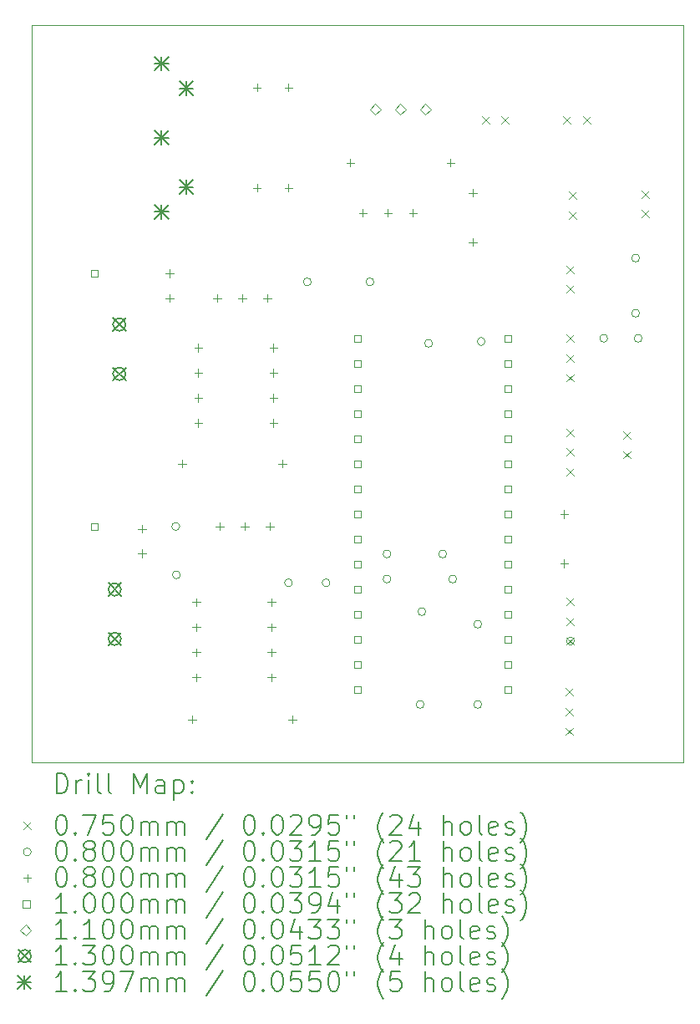
<source format=gbr>
%TF.GenerationSoftware,KiCad,Pcbnew,(6.0.11)*%
%TF.CreationDate,2024-06-19T11:06:34+02:00*%
%TF.ProjectId,Theremin,54686572-656d-4696-9e2e-6b696361645f,rev?*%
%TF.SameCoordinates,Original*%
%TF.FileFunction,Drillmap*%
%TF.FilePolarity,Positive*%
%FSLAX45Y45*%
G04 Gerber Fmt 4.5, Leading zero omitted, Abs format (unit mm)*
G04 Created by KiCad (PCBNEW (6.0.11)) date 2024-06-19 11:06:34*
%MOMM*%
%LPD*%
G01*
G04 APERTURE LIST*
%ADD10C,0.100000*%
%ADD11C,0.200000*%
%ADD12C,0.075000*%
%ADD13C,0.080000*%
%ADD14C,0.110000*%
%ADD15C,0.130000*%
%ADD16C,0.139700*%
G04 APERTURE END LIST*
D10*
X10922000Y-4191000D02*
X17526000Y-4191000D01*
X17526000Y-4191000D02*
X17526000Y-11658600D01*
X17526000Y-11658600D02*
X10922000Y-11658600D01*
X10922000Y-11658600D02*
X10922000Y-4191000D01*
D11*
D12*
X15483500Y-5114500D02*
X15558500Y-5189500D01*
X15558500Y-5114500D02*
X15483500Y-5189500D01*
X15683500Y-5114500D02*
X15758500Y-5189500D01*
X15758500Y-5114500D02*
X15683500Y-5189500D01*
X16309000Y-5114500D02*
X16384000Y-5189500D01*
X16384000Y-5114500D02*
X16309000Y-5189500D01*
X16337000Y-10909900D02*
X16412000Y-10984900D01*
X16412000Y-10909900D02*
X16337000Y-10984900D01*
X16337000Y-11109900D02*
X16412000Y-11184900D01*
X16412000Y-11109900D02*
X16337000Y-11184900D01*
X16337000Y-11309900D02*
X16412000Y-11384900D01*
X16412000Y-11309900D02*
X16337000Y-11384900D01*
X16345500Y-6630000D02*
X16420500Y-6705000D01*
X16420500Y-6630000D02*
X16345500Y-6705000D01*
X16345500Y-6830000D02*
X16420500Y-6905000D01*
X16420500Y-6830000D02*
X16345500Y-6905000D01*
X16345500Y-7328500D02*
X16420500Y-7403500D01*
X16420500Y-7328500D02*
X16345500Y-7403500D01*
X16345500Y-7528500D02*
X16420500Y-7603500D01*
X16420500Y-7528500D02*
X16345500Y-7603500D01*
X16345500Y-7728500D02*
X16420500Y-7803500D01*
X16420500Y-7728500D02*
X16345500Y-7803500D01*
X16345500Y-8281000D02*
X16420500Y-8356000D01*
X16420500Y-8281000D02*
X16345500Y-8356000D01*
X16345500Y-8481000D02*
X16420500Y-8556000D01*
X16420500Y-8481000D02*
X16345500Y-8556000D01*
X16345500Y-8681000D02*
X16420500Y-8756000D01*
X16420500Y-8681000D02*
X16345500Y-8756000D01*
X16345500Y-9995500D02*
X16420500Y-10070500D01*
X16420500Y-9995500D02*
X16345500Y-10070500D01*
X16345500Y-10195500D02*
X16420500Y-10270500D01*
X16420500Y-10195500D02*
X16345500Y-10270500D01*
X16345500Y-10395500D02*
X16420500Y-10470500D01*
X16420500Y-10395500D02*
X16345500Y-10470500D01*
X16370900Y-5880700D02*
X16445900Y-5955700D01*
X16445900Y-5880700D02*
X16370900Y-5955700D01*
X16370900Y-6080700D02*
X16445900Y-6155700D01*
X16445900Y-6080700D02*
X16370900Y-6155700D01*
X16509000Y-5114500D02*
X16584000Y-5189500D01*
X16584000Y-5114500D02*
X16509000Y-5189500D01*
X16917000Y-8308000D02*
X16992000Y-8383000D01*
X16992000Y-8308000D02*
X16917000Y-8383000D01*
X16917000Y-8508000D02*
X16992000Y-8583000D01*
X16992000Y-8508000D02*
X16917000Y-8583000D01*
X17107500Y-5868000D02*
X17182500Y-5943000D01*
X17182500Y-5868000D02*
X17107500Y-5943000D01*
X17107500Y-6068000D02*
X17182500Y-6143000D01*
X17182500Y-6068000D02*
X17107500Y-6143000D01*
D13*
X12422500Y-9271000D02*
G75*
G03*
X12422500Y-9271000I-40000J0D01*
G01*
X12428730Y-9761860D02*
G75*
G03*
X12428730Y-9761860I-40000J0D01*
G01*
X13565500Y-9842500D02*
G75*
G03*
X13565500Y-9842500I-40000J0D01*
G01*
X13756000Y-6794500D02*
G75*
G03*
X13756000Y-6794500I-40000J0D01*
G01*
X13946500Y-9842500D02*
G75*
G03*
X13946500Y-9842500I-40000J0D01*
G01*
X14391000Y-6794500D02*
G75*
G03*
X14391000Y-6794500I-40000J0D01*
G01*
X14563550Y-9550400D02*
G75*
G03*
X14563550Y-9550400I-40000J0D01*
G01*
X14563550Y-9804400D02*
G75*
G03*
X14563550Y-9804400I-40000J0D01*
G01*
X14899000Y-11074400D02*
G75*
G03*
X14899000Y-11074400I-40000J0D01*
G01*
X14916950Y-10134600D02*
G75*
G03*
X14916950Y-10134600I-40000J0D01*
G01*
X14985150Y-7416800D02*
G75*
G03*
X14985150Y-7416800I-40000J0D01*
G01*
X15127600Y-9550400D02*
G75*
G03*
X15127600Y-9550400I-40000J0D01*
G01*
X15229200Y-9804400D02*
G75*
G03*
X15229200Y-9804400I-40000J0D01*
G01*
X15483200Y-10261600D02*
G75*
G03*
X15483200Y-10261600I-40000J0D01*
G01*
X15483200Y-11074400D02*
G75*
G03*
X15483200Y-11074400I-40000J0D01*
G01*
X15517841Y-7398091D02*
G75*
G03*
X15517841Y-7398091I-40000J0D01*
G01*
X16423000Y-10433000D02*
G75*
G03*
X16423000Y-10433000I-40000J0D01*
G01*
X16760650Y-7366000D02*
G75*
G03*
X16760650Y-7366000I-40000J0D01*
G01*
X17083400Y-6553200D02*
G75*
G03*
X17083400Y-6553200I-40000J0D01*
G01*
X17083400Y-7112000D02*
G75*
G03*
X17083400Y-7112000I-40000J0D01*
G01*
X17108800Y-7366000D02*
G75*
G03*
X17108800Y-7366000I-40000J0D01*
G01*
X12039600Y-9256400D02*
X12039600Y-9336400D01*
X11999600Y-9296400D02*
X12079600Y-9296400D01*
X12039600Y-9506400D02*
X12039600Y-9586400D01*
X11999600Y-9546400D02*
X12079600Y-9546400D01*
X12319000Y-6669900D02*
X12319000Y-6749900D01*
X12279000Y-6709900D02*
X12359000Y-6709900D01*
X12319000Y-6919900D02*
X12319000Y-6999900D01*
X12279000Y-6959900D02*
X12359000Y-6959900D01*
X12446000Y-8596000D02*
X12446000Y-8676000D01*
X12406000Y-8636000D02*
X12486000Y-8636000D01*
X12547600Y-11186800D02*
X12547600Y-11266800D01*
X12507600Y-11226800D02*
X12587600Y-11226800D01*
X12591500Y-9998000D02*
X12591500Y-10078000D01*
X12551500Y-10038000D02*
X12631500Y-10038000D01*
X12591500Y-10252000D02*
X12591500Y-10332000D01*
X12551500Y-10292000D02*
X12631500Y-10292000D01*
X12591500Y-10506000D02*
X12591500Y-10586000D01*
X12551500Y-10546000D02*
X12631500Y-10546000D01*
X12591500Y-10760000D02*
X12591500Y-10840000D01*
X12551500Y-10800000D02*
X12631500Y-10800000D01*
X12611000Y-7420500D02*
X12611000Y-7500500D01*
X12571000Y-7460500D02*
X12651000Y-7460500D01*
X12611000Y-7674500D02*
X12611000Y-7754500D01*
X12571000Y-7714500D02*
X12651000Y-7714500D01*
X12611000Y-7928500D02*
X12611000Y-8008500D01*
X12571000Y-7968500D02*
X12651000Y-7968500D01*
X12611000Y-8182500D02*
X12611000Y-8262500D01*
X12571000Y-8222500D02*
X12651000Y-8222500D01*
X12801600Y-6919600D02*
X12801600Y-6999600D01*
X12761600Y-6959600D02*
X12841600Y-6959600D01*
X12827000Y-9231000D02*
X12827000Y-9311000D01*
X12787000Y-9271000D02*
X12867000Y-9271000D01*
X13055600Y-6919600D02*
X13055600Y-6999600D01*
X13015600Y-6959600D02*
X13095600Y-6959600D01*
X13081000Y-9231000D02*
X13081000Y-9311000D01*
X13041000Y-9271000D02*
X13121000Y-9271000D01*
X13206000Y-4786000D02*
X13206000Y-4866000D01*
X13166000Y-4826000D02*
X13246000Y-4826000D01*
X13206000Y-5802000D02*
X13206000Y-5882000D01*
X13166000Y-5842000D02*
X13246000Y-5842000D01*
X13309600Y-6919600D02*
X13309600Y-6999600D01*
X13269600Y-6959600D02*
X13349600Y-6959600D01*
X13335000Y-9231000D02*
X13335000Y-9311000D01*
X13295000Y-9271000D02*
X13375000Y-9271000D01*
X13353500Y-9998000D02*
X13353500Y-10078000D01*
X13313500Y-10038000D02*
X13393500Y-10038000D01*
X13353500Y-10252000D02*
X13353500Y-10332000D01*
X13313500Y-10292000D02*
X13393500Y-10292000D01*
X13353500Y-10506000D02*
X13353500Y-10586000D01*
X13313500Y-10546000D02*
X13393500Y-10546000D01*
X13353500Y-10760000D02*
X13353500Y-10840000D01*
X13313500Y-10800000D02*
X13393500Y-10800000D01*
X13373000Y-7420500D02*
X13373000Y-7500500D01*
X13333000Y-7460500D02*
X13413000Y-7460500D01*
X13373000Y-7674500D02*
X13373000Y-7754500D01*
X13333000Y-7714500D02*
X13413000Y-7714500D01*
X13373000Y-7928500D02*
X13373000Y-8008500D01*
X13333000Y-7968500D02*
X13413000Y-7968500D01*
X13373000Y-8182500D02*
X13373000Y-8262500D01*
X13333000Y-8222500D02*
X13413000Y-8222500D01*
X13462000Y-8596000D02*
X13462000Y-8676000D01*
X13422000Y-8636000D02*
X13502000Y-8636000D01*
X13525500Y-4786000D02*
X13525500Y-4866000D01*
X13485500Y-4826000D02*
X13565500Y-4826000D01*
X13525500Y-5802000D02*
X13525500Y-5882000D01*
X13485500Y-5842000D02*
X13565500Y-5842000D01*
X13563600Y-11186800D02*
X13563600Y-11266800D01*
X13523600Y-11226800D02*
X13603600Y-11226800D01*
X14152000Y-5548000D02*
X14152000Y-5628000D01*
X14112000Y-5588000D02*
X14192000Y-5588000D01*
X14279000Y-6056000D02*
X14279000Y-6136000D01*
X14239000Y-6096000D02*
X14319000Y-6096000D01*
X14533000Y-6056000D02*
X14533000Y-6136000D01*
X14493000Y-6096000D02*
X14573000Y-6096000D01*
X14787000Y-6056000D02*
X14787000Y-6136000D01*
X14747000Y-6096000D02*
X14827000Y-6096000D01*
X15168000Y-5548000D02*
X15168000Y-5628000D01*
X15128000Y-5588000D02*
X15208000Y-5588000D01*
X15392400Y-5852800D02*
X15392400Y-5932800D01*
X15352400Y-5892800D02*
X15432400Y-5892800D01*
X15392400Y-6352800D02*
X15392400Y-6432800D01*
X15352400Y-6392800D02*
X15432400Y-6392800D01*
X16319500Y-9108000D02*
X16319500Y-9188000D01*
X16279500Y-9148000D02*
X16359500Y-9148000D01*
X16319500Y-9608000D02*
X16319500Y-9688000D01*
X16279500Y-9648000D02*
X16359500Y-9648000D01*
D10*
X11592356Y-6745256D02*
X11592356Y-6674544D01*
X11521644Y-6674544D01*
X11521644Y-6745256D01*
X11592356Y-6745256D01*
X11592356Y-9306356D02*
X11592356Y-9235644D01*
X11521644Y-9235644D01*
X11521644Y-9306356D01*
X11592356Y-9306356D01*
X14259356Y-7401356D02*
X14259356Y-7330644D01*
X14188644Y-7330644D01*
X14188644Y-7401356D01*
X14259356Y-7401356D01*
X14259356Y-7655356D02*
X14259356Y-7584644D01*
X14188644Y-7584644D01*
X14188644Y-7655356D01*
X14259356Y-7655356D01*
X14259356Y-7909356D02*
X14259356Y-7838644D01*
X14188644Y-7838644D01*
X14188644Y-7909356D01*
X14259356Y-7909356D01*
X14259356Y-8163356D02*
X14259356Y-8092644D01*
X14188644Y-8092644D01*
X14188644Y-8163356D01*
X14259356Y-8163356D01*
X14259356Y-8417356D02*
X14259356Y-8346644D01*
X14188644Y-8346644D01*
X14188644Y-8417356D01*
X14259356Y-8417356D01*
X14259356Y-8671356D02*
X14259356Y-8600644D01*
X14188644Y-8600644D01*
X14188644Y-8671356D01*
X14259356Y-8671356D01*
X14259356Y-8925356D02*
X14259356Y-8854644D01*
X14188644Y-8854644D01*
X14188644Y-8925356D01*
X14259356Y-8925356D01*
X14259356Y-9179356D02*
X14259356Y-9108644D01*
X14188644Y-9108644D01*
X14188644Y-9179356D01*
X14259356Y-9179356D01*
X14259356Y-9433356D02*
X14259356Y-9362644D01*
X14188644Y-9362644D01*
X14188644Y-9433356D01*
X14259356Y-9433356D01*
X14259356Y-9687356D02*
X14259356Y-9616644D01*
X14188644Y-9616644D01*
X14188644Y-9687356D01*
X14259356Y-9687356D01*
X14259356Y-9941356D02*
X14259356Y-9870644D01*
X14188644Y-9870644D01*
X14188644Y-9941356D01*
X14259356Y-9941356D01*
X14259356Y-10195356D02*
X14259356Y-10124644D01*
X14188644Y-10124644D01*
X14188644Y-10195356D01*
X14259356Y-10195356D01*
X14259356Y-10449356D02*
X14259356Y-10378644D01*
X14188644Y-10378644D01*
X14188644Y-10449356D01*
X14259356Y-10449356D01*
X14259356Y-10703356D02*
X14259356Y-10632644D01*
X14188644Y-10632644D01*
X14188644Y-10703356D01*
X14259356Y-10703356D01*
X14259356Y-10957356D02*
X14259356Y-10886644D01*
X14188644Y-10886644D01*
X14188644Y-10957356D01*
X14259356Y-10957356D01*
X15783356Y-7401356D02*
X15783356Y-7330644D01*
X15712644Y-7330644D01*
X15712644Y-7401356D01*
X15783356Y-7401356D01*
X15783356Y-7655356D02*
X15783356Y-7584644D01*
X15712644Y-7584644D01*
X15712644Y-7655356D01*
X15783356Y-7655356D01*
X15783356Y-7909356D02*
X15783356Y-7838644D01*
X15712644Y-7838644D01*
X15712644Y-7909356D01*
X15783356Y-7909356D01*
X15783356Y-8163356D02*
X15783356Y-8092644D01*
X15712644Y-8092644D01*
X15712644Y-8163356D01*
X15783356Y-8163356D01*
X15783356Y-8417356D02*
X15783356Y-8346644D01*
X15712644Y-8346644D01*
X15712644Y-8417356D01*
X15783356Y-8417356D01*
X15783356Y-8671356D02*
X15783356Y-8600644D01*
X15712644Y-8600644D01*
X15712644Y-8671356D01*
X15783356Y-8671356D01*
X15783356Y-8925356D02*
X15783356Y-8854644D01*
X15712644Y-8854644D01*
X15712644Y-8925356D01*
X15783356Y-8925356D01*
X15783356Y-9179356D02*
X15783356Y-9108644D01*
X15712644Y-9108644D01*
X15712644Y-9179356D01*
X15783356Y-9179356D01*
X15783356Y-9433356D02*
X15783356Y-9362644D01*
X15712644Y-9362644D01*
X15712644Y-9433356D01*
X15783356Y-9433356D01*
X15783356Y-9687356D02*
X15783356Y-9616644D01*
X15712644Y-9616644D01*
X15712644Y-9687356D01*
X15783356Y-9687356D01*
X15783356Y-9941356D02*
X15783356Y-9870644D01*
X15712644Y-9870644D01*
X15712644Y-9941356D01*
X15783356Y-9941356D01*
X15783356Y-10195356D02*
X15783356Y-10124644D01*
X15712644Y-10124644D01*
X15712644Y-10195356D01*
X15783356Y-10195356D01*
X15783356Y-10449356D02*
X15783356Y-10378644D01*
X15712644Y-10378644D01*
X15712644Y-10449356D01*
X15783356Y-10449356D01*
X15783356Y-10703356D02*
X15783356Y-10632644D01*
X15712644Y-10632644D01*
X15712644Y-10703356D01*
X15783356Y-10703356D01*
X15783356Y-10957356D02*
X15783356Y-10886644D01*
X15712644Y-10886644D01*
X15712644Y-10957356D01*
X15783356Y-10957356D01*
D14*
X14406000Y-5102500D02*
X14461000Y-5047500D01*
X14406000Y-4992500D01*
X14351000Y-5047500D01*
X14406000Y-5102500D01*
X14660000Y-5102500D02*
X14715000Y-5047500D01*
X14660000Y-4992500D01*
X14605000Y-5047500D01*
X14660000Y-5102500D01*
X14914000Y-5102500D02*
X14969000Y-5047500D01*
X14914000Y-4992500D01*
X14859000Y-5047500D01*
X14914000Y-5102500D01*
D15*
X11698500Y-9845000D02*
X11828500Y-9975000D01*
X11828500Y-9845000D02*
X11698500Y-9975000D01*
X11828500Y-9910000D02*
G75*
G03*
X11828500Y-9910000I-65000J0D01*
G01*
X11698500Y-10345000D02*
X11828500Y-10475000D01*
X11828500Y-10345000D02*
X11698500Y-10475000D01*
X11828500Y-10410000D02*
G75*
G03*
X11828500Y-10410000I-65000J0D01*
G01*
X11746000Y-7160900D02*
X11876000Y-7290900D01*
X11876000Y-7160900D02*
X11746000Y-7290900D01*
X11876000Y-7225900D02*
G75*
G03*
X11876000Y-7225900I-65000J0D01*
G01*
X11746000Y-7660900D02*
X11876000Y-7790900D01*
X11876000Y-7660900D02*
X11746000Y-7790900D01*
X11876000Y-7725900D02*
G75*
G03*
X11876000Y-7725900I-65000J0D01*
G01*
D16*
X12167870Y-4514342D02*
X12307570Y-4654042D01*
X12307570Y-4514342D02*
X12167870Y-4654042D01*
X12237720Y-4514342D02*
X12237720Y-4654042D01*
X12167870Y-4584192D02*
X12307570Y-4584192D01*
X12167870Y-6013958D02*
X12307570Y-6153658D01*
X12307570Y-6013958D02*
X12167870Y-6153658D01*
X12237720Y-6013958D02*
X12237720Y-6153658D01*
X12167870Y-6083808D02*
X12307570Y-6083808D01*
X12168124Y-5264150D02*
X12307824Y-5403850D01*
X12307824Y-5264150D02*
X12168124Y-5403850D01*
X12237974Y-5264150D02*
X12237974Y-5403850D01*
X12168124Y-5334000D02*
X12307824Y-5334000D01*
X12418060Y-4764532D02*
X12557760Y-4904232D01*
X12557760Y-4764532D02*
X12418060Y-4904232D01*
X12487910Y-4764532D02*
X12487910Y-4904232D01*
X12418060Y-4834382D02*
X12557760Y-4834382D01*
X12418060Y-5763768D02*
X12557760Y-5903468D01*
X12557760Y-5763768D02*
X12418060Y-5903468D01*
X12487910Y-5763768D02*
X12487910Y-5903468D01*
X12418060Y-5833618D02*
X12557760Y-5833618D01*
D11*
X11174619Y-11974076D02*
X11174619Y-11774076D01*
X11222238Y-11774076D01*
X11250809Y-11783600D01*
X11269857Y-11802648D01*
X11279381Y-11821695D01*
X11288905Y-11859790D01*
X11288905Y-11888362D01*
X11279381Y-11926457D01*
X11269857Y-11945505D01*
X11250809Y-11964552D01*
X11222238Y-11974076D01*
X11174619Y-11974076D01*
X11374619Y-11974076D02*
X11374619Y-11840743D01*
X11374619Y-11878838D02*
X11384143Y-11859790D01*
X11393667Y-11850267D01*
X11412714Y-11840743D01*
X11431762Y-11840743D01*
X11498428Y-11974076D02*
X11498428Y-11840743D01*
X11498428Y-11774076D02*
X11488905Y-11783600D01*
X11498428Y-11793124D01*
X11507952Y-11783600D01*
X11498428Y-11774076D01*
X11498428Y-11793124D01*
X11622238Y-11974076D02*
X11603190Y-11964552D01*
X11593667Y-11945505D01*
X11593667Y-11774076D01*
X11727000Y-11974076D02*
X11707952Y-11964552D01*
X11698428Y-11945505D01*
X11698428Y-11774076D01*
X11955571Y-11974076D02*
X11955571Y-11774076D01*
X12022238Y-11916933D01*
X12088905Y-11774076D01*
X12088905Y-11974076D01*
X12269857Y-11974076D02*
X12269857Y-11869314D01*
X12260333Y-11850267D01*
X12241286Y-11840743D01*
X12203190Y-11840743D01*
X12184143Y-11850267D01*
X12269857Y-11964552D02*
X12250809Y-11974076D01*
X12203190Y-11974076D01*
X12184143Y-11964552D01*
X12174619Y-11945505D01*
X12174619Y-11926457D01*
X12184143Y-11907409D01*
X12203190Y-11897886D01*
X12250809Y-11897886D01*
X12269857Y-11888362D01*
X12365095Y-11840743D02*
X12365095Y-12040743D01*
X12365095Y-11850267D02*
X12384143Y-11840743D01*
X12422238Y-11840743D01*
X12441286Y-11850267D01*
X12450809Y-11859790D01*
X12460333Y-11878838D01*
X12460333Y-11935981D01*
X12450809Y-11955028D01*
X12441286Y-11964552D01*
X12422238Y-11974076D01*
X12384143Y-11974076D01*
X12365095Y-11964552D01*
X12546048Y-11955028D02*
X12555571Y-11964552D01*
X12546048Y-11974076D01*
X12536524Y-11964552D01*
X12546048Y-11955028D01*
X12546048Y-11974076D01*
X12546048Y-11850267D02*
X12555571Y-11859790D01*
X12546048Y-11869314D01*
X12536524Y-11859790D01*
X12546048Y-11850267D01*
X12546048Y-11869314D01*
D12*
X10842000Y-12266100D02*
X10917000Y-12341100D01*
X10917000Y-12266100D02*
X10842000Y-12341100D01*
D11*
X11212714Y-12194076D02*
X11231762Y-12194076D01*
X11250809Y-12203600D01*
X11260333Y-12213124D01*
X11269857Y-12232171D01*
X11279381Y-12270267D01*
X11279381Y-12317886D01*
X11269857Y-12355981D01*
X11260333Y-12375028D01*
X11250809Y-12384552D01*
X11231762Y-12394076D01*
X11212714Y-12394076D01*
X11193667Y-12384552D01*
X11184143Y-12375028D01*
X11174619Y-12355981D01*
X11165095Y-12317886D01*
X11165095Y-12270267D01*
X11174619Y-12232171D01*
X11184143Y-12213124D01*
X11193667Y-12203600D01*
X11212714Y-12194076D01*
X11365095Y-12375028D02*
X11374619Y-12384552D01*
X11365095Y-12394076D01*
X11355571Y-12384552D01*
X11365095Y-12375028D01*
X11365095Y-12394076D01*
X11441286Y-12194076D02*
X11574619Y-12194076D01*
X11488905Y-12394076D01*
X11746048Y-12194076D02*
X11650809Y-12194076D01*
X11641286Y-12289314D01*
X11650809Y-12279790D01*
X11669857Y-12270267D01*
X11717476Y-12270267D01*
X11736524Y-12279790D01*
X11746048Y-12289314D01*
X11755571Y-12308362D01*
X11755571Y-12355981D01*
X11746048Y-12375028D01*
X11736524Y-12384552D01*
X11717476Y-12394076D01*
X11669857Y-12394076D01*
X11650809Y-12384552D01*
X11641286Y-12375028D01*
X11879381Y-12194076D02*
X11898428Y-12194076D01*
X11917476Y-12203600D01*
X11927000Y-12213124D01*
X11936524Y-12232171D01*
X11946048Y-12270267D01*
X11946048Y-12317886D01*
X11936524Y-12355981D01*
X11927000Y-12375028D01*
X11917476Y-12384552D01*
X11898428Y-12394076D01*
X11879381Y-12394076D01*
X11860333Y-12384552D01*
X11850809Y-12375028D01*
X11841286Y-12355981D01*
X11831762Y-12317886D01*
X11831762Y-12270267D01*
X11841286Y-12232171D01*
X11850809Y-12213124D01*
X11860333Y-12203600D01*
X11879381Y-12194076D01*
X12031762Y-12394076D02*
X12031762Y-12260743D01*
X12031762Y-12279790D02*
X12041286Y-12270267D01*
X12060333Y-12260743D01*
X12088905Y-12260743D01*
X12107952Y-12270267D01*
X12117476Y-12289314D01*
X12117476Y-12394076D01*
X12117476Y-12289314D02*
X12127000Y-12270267D01*
X12146048Y-12260743D01*
X12174619Y-12260743D01*
X12193667Y-12270267D01*
X12203190Y-12289314D01*
X12203190Y-12394076D01*
X12298428Y-12394076D02*
X12298428Y-12260743D01*
X12298428Y-12279790D02*
X12307952Y-12270267D01*
X12327000Y-12260743D01*
X12355571Y-12260743D01*
X12374619Y-12270267D01*
X12384143Y-12289314D01*
X12384143Y-12394076D01*
X12384143Y-12289314D02*
X12393667Y-12270267D01*
X12412714Y-12260743D01*
X12441286Y-12260743D01*
X12460333Y-12270267D01*
X12469857Y-12289314D01*
X12469857Y-12394076D01*
X12860333Y-12184552D02*
X12688905Y-12441695D01*
X13117476Y-12194076D02*
X13136524Y-12194076D01*
X13155571Y-12203600D01*
X13165095Y-12213124D01*
X13174619Y-12232171D01*
X13184143Y-12270267D01*
X13184143Y-12317886D01*
X13174619Y-12355981D01*
X13165095Y-12375028D01*
X13155571Y-12384552D01*
X13136524Y-12394076D01*
X13117476Y-12394076D01*
X13098428Y-12384552D01*
X13088905Y-12375028D01*
X13079381Y-12355981D01*
X13069857Y-12317886D01*
X13069857Y-12270267D01*
X13079381Y-12232171D01*
X13088905Y-12213124D01*
X13098428Y-12203600D01*
X13117476Y-12194076D01*
X13269857Y-12375028D02*
X13279381Y-12384552D01*
X13269857Y-12394076D01*
X13260333Y-12384552D01*
X13269857Y-12375028D01*
X13269857Y-12394076D01*
X13403190Y-12194076D02*
X13422238Y-12194076D01*
X13441286Y-12203600D01*
X13450809Y-12213124D01*
X13460333Y-12232171D01*
X13469857Y-12270267D01*
X13469857Y-12317886D01*
X13460333Y-12355981D01*
X13450809Y-12375028D01*
X13441286Y-12384552D01*
X13422238Y-12394076D01*
X13403190Y-12394076D01*
X13384143Y-12384552D01*
X13374619Y-12375028D01*
X13365095Y-12355981D01*
X13355571Y-12317886D01*
X13355571Y-12270267D01*
X13365095Y-12232171D01*
X13374619Y-12213124D01*
X13384143Y-12203600D01*
X13403190Y-12194076D01*
X13546048Y-12213124D02*
X13555571Y-12203600D01*
X13574619Y-12194076D01*
X13622238Y-12194076D01*
X13641286Y-12203600D01*
X13650809Y-12213124D01*
X13660333Y-12232171D01*
X13660333Y-12251219D01*
X13650809Y-12279790D01*
X13536524Y-12394076D01*
X13660333Y-12394076D01*
X13755571Y-12394076D02*
X13793667Y-12394076D01*
X13812714Y-12384552D01*
X13822238Y-12375028D01*
X13841286Y-12346457D01*
X13850809Y-12308362D01*
X13850809Y-12232171D01*
X13841286Y-12213124D01*
X13831762Y-12203600D01*
X13812714Y-12194076D01*
X13774619Y-12194076D01*
X13755571Y-12203600D01*
X13746048Y-12213124D01*
X13736524Y-12232171D01*
X13736524Y-12279790D01*
X13746048Y-12298838D01*
X13755571Y-12308362D01*
X13774619Y-12317886D01*
X13812714Y-12317886D01*
X13831762Y-12308362D01*
X13841286Y-12298838D01*
X13850809Y-12279790D01*
X14031762Y-12194076D02*
X13936524Y-12194076D01*
X13927000Y-12289314D01*
X13936524Y-12279790D01*
X13955571Y-12270267D01*
X14003190Y-12270267D01*
X14022238Y-12279790D01*
X14031762Y-12289314D01*
X14041286Y-12308362D01*
X14041286Y-12355981D01*
X14031762Y-12375028D01*
X14022238Y-12384552D01*
X14003190Y-12394076D01*
X13955571Y-12394076D01*
X13936524Y-12384552D01*
X13927000Y-12375028D01*
X14117476Y-12194076D02*
X14117476Y-12232171D01*
X14193667Y-12194076D02*
X14193667Y-12232171D01*
X14488905Y-12470267D02*
X14479381Y-12460743D01*
X14460333Y-12432171D01*
X14450809Y-12413124D01*
X14441286Y-12384552D01*
X14431762Y-12336933D01*
X14431762Y-12298838D01*
X14441286Y-12251219D01*
X14450809Y-12222648D01*
X14460333Y-12203600D01*
X14479381Y-12175028D01*
X14488905Y-12165505D01*
X14555571Y-12213124D02*
X14565095Y-12203600D01*
X14584143Y-12194076D01*
X14631762Y-12194076D01*
X14650809Y-12203600D01*
X14660333Y-12213124D01*
X14669857Y-12232171D01*
X14669857Y-12251219D01*
X14660333Y-12279790D01*
X14546048Y-12394076D01*
X14669857Y-12394076D01*
X14841286Y-12260743D02*
X14841286Y-12394076D01*
X14793667Y-12184552D02*
X14746048Y-12327409D01*
X14869857Y-12327409D01*
X15098428Y-12394076D02*
X15098428Y-12194076D01*
X15184143Y-12394076D02*
X15184143Y-12289314D01*
X15174619Y-12270267D01*
X15155571Y-12260743D01*
X15127000Y-12260743D01*
X15107952Y-12270267D01*
X15098428Y-12279790D01*
X15307952Y-12394076D02*
X15288905Y-12384552D01*
X15279381Y-12375028D01*
X15269857Y-12355981D01*
X15269857Y-12298838D01*
X15279381Y-12279790D01*
X15288905Y-12270267D01*
X15307952Y-12260743D01*
X15336524Y-12260743D01*
X15355571Y-12270267D01*
X15365095Y-12279790D01*
X15374619Y-12298838D01*
X15374619Y-12355981D01*
X15365095Y-12375028D01*
X15355571Y-12384552D01*
X15336524Y-12394076D01*
X15307952Y-12394076D01*
X15488905Y-12394076D02*
X15469857Y-12384552D01*
X15460333Y-12365505D01*
X15460333Y-12194076D01*
X15641286Y-12384552D02*
X15622238Y-12394076D01*
X15584143Y-12394076D01*
X15565095Y-12384552D01*
X15555571Y-12365505D01*
X15555571Y-12289314D01*
X15565095Y-12270267D01*
X15584143Y-12260743D01*
X15622238Y-12260743D01*
X15641286Y-12270267D01*
X15650809Y-12289314D01*
X15650809Y-12308362D01*
X15555571Y-12327409D01*
X15727000Y-12384552D02*
X15746048Y-12394076D01*
X15784143Y-12394076D01*
X15803190Y-12384552D01*
X15812714Y-12365505D01*
X15812714Y-12355981D01*
X15803190Y-12336933D01*
X15784143Y-12327409D01*
X15755571Y-12327409D01*
X15736524Y-12317886D01*
X15727000Y-12298838D01*
X15727000Y-12289314D01*
X15736524Y-12270267D01*
X15755571Y-12260743D01*
X15784143Y-12260743D01*
X15803190Y-12270267D01*
X15879381Y-12470267D02*
X15888905Y-12460743D01*
X15907952Y-12432171D01*
X15917476Y-12413124D01*
X15927000Y-12384552D01*
X15936524Y-12336933D01*
X15936524Y-12298838D01*
X15927000Y-12251219D01*
X15917476Y-12222648D01*
X15907952Y-12203600D01*
X15888905Y-12175028D01*
X15879381Y-12165505D01*
D13*
X10917000Y-12567600D02*
G75*
G03*
X10917000Y-12567600I-40000J0D01*
G01*
D11*
X11212714Y-12458076D02*
X11231762Y-12458076D01*
X11250809Y-12467600D01*
X11260333Y-12477124D01*
X11269857Y-12496171D01*
X11279381Y-12534267D01*
X11279381Y-12581886D01*
X11269857Y-12619981D01*
X11260333Y-12639028D01*
X11250809Y-12648552D01*
X11231762Y-12658076D01*
X11212714Y-12658076D01*
X11193667Y-12648552D01*
X11184143Y-12639028D01*
X11174619Y-12619981D01*
X11165095Y-12581886D01*
X11165095Y-12534267D01*
X11174619Y-12496171D01*
X11184143Y-12477124D01*
X11193667Y-12467600D01*
X11212714Y-12458076D01*
X11365095Y-12639028D02*
X11374619Y-12648552D01*
X11365095Y-12658076D01*
X11355571Y-12648552D01*
X11365095Y-12639028D01*
X11365095Y-12658076D01*
X11488905Y-12543790D02*
X11469857Y-12534267D01*
X11460333Y-12524743D01*
X11450809Y-12505695D01*
X11450809Y-12496171D01*
X11460333Y-12477124D01*
X11469857Y-12467600D01*
X11488905Y-12458076D01*
X11527000Y-12458076D01*
X11546048Y-12467600D01*
X11555571Y-12477124D01*
X11565095Y-12496171D01*
X11565095Y-12505695D01*
X11555571Y-12524743D01*
X11546048Y-12534267D01*
X11527000Y-12543790D01*
X11488905Y-12543790D01*
X11469857Y-12553314D01*
X11460333Y-12562838D01*
X11450809Y-12581886D01*
X11450809Y-12619981D01*
X11460333Y-12639028D01*
X11469857Y-12648552D01*
X11488905Y-12658076D01*
X11527000Y-12658076D01*
X11546048Y-12648552D01*
X11555571Y-12639028D01*
X11565095Y-12619981D01*
X11565095Y-12581886D01*
X11555571Y-12562838D01*
X11546048Y-12553314D01*
X11527000Y-12543790D01*
X11688905Y-12458076D02*
X11707952Y-12458076D01*
X11727000Y-12467600D01*
X11736524Y-12477124D01*
X11746048Y-12496171D01*
X11755571Y-12534267D01*
X11755571Y-12581886D01*
X11746048Y-12619981D01*
X11736524Y-12639028D01*
X11727000Y-12648552D01*
X11707952Y-12658076D01*
X11688905Y-12658076D01*
X11669857Y-12648552D01*
X11660333Y-12639028D01*
X11650809Y-12619981D01*
X11641286Y-12581886D01*
X11641286Y-12534267D01*
X11650809Y-12496171D01*
X11660333Y-12477124D01*
X11669857Y-12467600D01*
X11688905Y-12458076D01*
X11879381Y-12458076D02*
X11898428Y-12458076D01*
X11917476Y-12467600D01*
X11927000Y-12477124D01*
X11936524Y-12496171D01*
X11946048Y-12534267D01*
X11946048Y-12581886D01*
X11936524Y-12619981D01*
X11927000Y-12639028D01*
X11917476Y-12648552D01*
X11898428Y-12658076D01*
X11879381Y-12658076D01*
X11860333Y-12648552D01*
X11850809Y-12639028D01*
X11841286Y-12619981D01*
X11831762Y-12581886D01*
X11831762Y-12534267D01*
X11841286Y-12496171D01*
X11850809Y-12477124D01*
X11860333Y-12467600D01*
X11879381Y-12458076D01*
X12031762Y-12658076D02*
X12031762Y-12524743D01*
X12031762Y-12543790D02*
X12041286Y-12534267D01*
X12060333Y-12524743D01*
X12088905Y-12524743D01*
X12107952Y-12534267D01*
X12117476Y-12553314D01*
X12117476Y-12658076D01*
X12117476Y-12553314D02*
X12127000Y-12534267D01*
X12146048Y-12524743D01*
X12174619Y-12524743D01*
X12193667Y-12534267D01*
X12203190Y-12553314D01*
X12203190Y-12658076D01*
X12298428Y-12658076D02*
X12298428Y-12524743D01*
X12298428Y-12543790D02*
X12307952Y-12534267D01*
X12327000Y-12524743D01*
X12355571Y-12524743D01*
X12374619Y-12534267D01*
X12384143Y-12553314D01*
X12384143Y-12658076D01*
X12384143Y-12553314D02*
X12393667Y-12534267D01*
X12412714Y-12524743D01*
X12441286Y-12524743D01*
X12460333Y-12534267D01*
X12469857Y-12553314D01*
X12469857Y-12658076D01*
X12860333Y-12448552D02*
X12688905Y-12705695D01*
X13117476Y-12458076D02*
X13136524Y-12458076D01*
X13155571Y-12467600D01*
X13165095Y-12477124D01*
X13174619Y-12496171D01*
X13184143Y-12534267D01*
X13184143Y-12581886D01*
X13174619Y-12619981D01*
X13165095Y-12639028D01*
X13155571Y-12648552D01*
X13136524Y-12658076D01*
X13117476Y-12658076D01*
X13098428Y-12648552D01*
X13088905Y-12639028D01*
X13079381Y-12619981D01*
X13069857Y-12581886D01*
X13069857Y-12534267D01*
X13079381Y-12496171D01*
X13088905Y-12477124D01*
X13098428Y-12467600D01*
X13117476Y-12458076D01*
X13269857Y-12639028D02*
X13279381Y-12648552D01*
X13269857Y-12658076D01*
X13260333Y-12648552D01*
X13269857Y-12639028D01*
X13269857Y-12658076D01*
X13403190Y-12458076D02*
X13422238Y-12458076D01*
X13441286Y-12467600D01*
X13450809Y-12477124D01*
X13460333Y-12496171D01*
X13469857Y-12534267D01*
X13469857Y-12581886D01*
X13460333Y-12619981D01*
X13450809Y-12639028D01*
X13441286Y-12648552D01*
X13422238Y-12658076D01*
X13403190Y-12658076D01*
X13384143Y-12648552D01*
X13374619Y-12639028D01*
X13365095Y-12619981D01*
X13355571Y-12581886D01*
X13355571Y-12534267D01*
X13365095Y-12496171D01*
X13374619Y-12477124D01*
X13384143Y-12467600D01*
X13403190Y-12458076D01*
X13536524Y-12458076D02*
X13660333Y-12458076D01*
X13593667Y-12534267D01*
X13622238Y-12534267D01*
X13641286Y-12543790D01*
X13650809Y-12553314D01*
X13660333Y-12572362D01*
X13660333Y-12619981D01*
X13650809Y-12639028D01*
X13641286Y-12648552D01*
X13622238Y-12658076D01*
X13565095Y-12658076D01*
X13546048Y-12648552D01*
X13536524Y-12639028D01*
X13850809Y-12658076D02*
X13736524Y-12658076D01*
X13793667Y-12658076D02*
X13793667Y-12458076D01*
X13774619Y-12486648D01*
X13755571Y-12505695D01*
X13736524Y-12515219D01*
X14031762Y-12458076D02*
X13936524Y-12458076D01*
X13927000Y-12553314D01*
X13936524Y-12543790D01*
X13955571Y-12534267D01*
X14003190Y-12534267D01*
X14022238Y-12543790D01*
X14031762Y-12553314D01*
X14041286Y-12572362D01*
X14041286Y-12619981D01*
X14031762Y-12639028D01*
X14022238Y-12648552D01*
X14003190Y-12658076D01*
X13955571Y-12658076D01*
X13936524Y-12648552D01*
X13927000Y-12639028D01*
X14117476Y-12458076D02*
X14117476Y-12496171D01*
X14193667Y-12458076D02*
X14193667Y-12496171D01*
X14488905Y-12734267D02*
X14479381Y-12724743D01*
X14460333Y-12696171D01*
X14450809Y-12677124D01*
X14441286Y-12648552D01*
X14431762Y-12600933D01*
X14431762Y-12562838D01*
X14441286Y-12515219D01*
X14450809Y-12486648D01*
X14460333Y-12467600D01*
X14479381Y-12439028D01*
X14488905Y-12429505D01*
X14555571Y-12477124D02*
X14565095Y-12467600D01*
X14584143Y-12458076D01*
X14631762Y-12458076D01*
X14650809Y-12467600D01*
X14660333Y-12477124D01*
X14669857Y-12496171D01*
X14669857Y-12515219D01*
X14660333Y-12543790D01*
X14546048Y-12658076D01*
X14669857Y-12658076D01*
X14860333Y-12658076D02*
X14746048Y-12658076D01*
X14803190Y-12658076D02*
X14803190Y-12458076D01*
X14784143Y-12486648D01*
X14765095Y-12505695D01*
X14746048Y-12515219D01*
X15098428Y-12658076D02*
X15098428Y-12458076D01*
X15184143Y-12658076D02*
X15184143Y-12553314D01*
X15174619Y-12534267D01*
X15155571Y-12524743D01*
X15127000Y-12524743D01*
X15107952Y-12534267D01*
X15098428Y-12543790D01*
X15307952Y-12658076D02*
X15288905Y-12648552D01*
X15279381Y-12639028D01*
X15269857Y-12619981D01*
X15269857Y-12562838D01*
X15279381Y-12543790D01*
X15288905Y-12534267D01*
X15307952Y-12524743D01*
X15336524Y-12524743D01*
X15355571Y-12534267D01*
X15365095Y-12543790D01*
X15374619Y-12562838D01*
X15374619Y-12619981D01*
X15365095Y-12639028D01*
X15355571Y-12648552D01*
X15336524Y-12658076D01*
X15307952Y-12658076D01*
X15488905Y-12658076D02*
X15469857Y-12648552D01*
X15460333Y-12629505D01*
X15460333Y-12458076D01*
X15641286Y-12648552D02*
X15622238Y-12658076D01*
X15584143Y-12658076D01*
X15565095Y-12648552D01*
X15555571Y-12629505D01*
X15555571Y-12553314D01*
X15565095Y-12534267D01*
X15584143Y-12524743D01*
X15622238Y-12524743D01*
X15641286Y-12534267D01*
X15650809Y-12553314D01*
X15650809Y-12572362D01*
X15555571Y-12591409D01*
X15727000Y-12648552D02*
X15746048Y-12658076D01*
X15784143Y-12658076D01*
X15803190Y-12648552D01*
X15812714Y-12629505D01*
X15812714Y-12619981D01*
X15803190Y-12600933D01*
X15784143Y-12591409D01*
X15755571Y-12591409D01*
X15736524Y-12581886D01*
X15727000Y-12562838D01*
X15727000Y-12553314D01*
X15736524Y-12534267D01*
X15755571Y-12524743D01*
X15784143Y-12524743D01*
X15803190Y-12534267D01*
X15879381Y-12734267D02*
X15888905Y-12724743D01*
X15907952Y-12696171D01*
X15917476Y-12677124D01*
X15927000Y-12648552D01*
X15936524Y-12600933D01*
X15936524Y-12562838D01*
X15927000Y-12515219D01*
X15917476Y-12486648D01*
X15907952Y-12467600D01*
X15888905Y-12439028D01*
X15879381Y-12429505D01*
D13*
X10877000Y-12791600D02*
X10877000Y-12871600D01*
X10837000Y-12831600D02*
X10917000Y-12831600D01*
D11*
X11212714Y-12722076D02*
X11231762Y-12722076D01*
X11250809Y-12731600D01*
X11260333Y-12741124D01*
X11269857Y-12760171D01*
X11279381Y-12798267D01*
X11279381Y-12845886D01*
X11269857Y-12883981D01*
X11260333Y-12903028D01*
X11250809Y-12912552D01*
X11231762Y-12922076D01*
X11212714Y-12922076D01*
X11193667Y-12912552D01*
X11184143Y-12903028D01*
X11174619Y-12883981D01*
X11165095Y-12845886D01*
X11165095Y-12798267D01*
X11174619Y-12760171D01*
X11184143Y-12741124D01*
X11193667Y-12731600D01*
X11212714Y-12722076D01*
X11365095Y-12903028D02*
X11374619Y-12912552D01*
X11365095Y-12922076D01*
X11355571Y-12912552D01*
X11365095Y-12903028D01*
X11365095Y-12922076D01*
X11488905Y-12807790D02*
X11469857Y-12798267D01*
X11460333Y-12788743D01*
X11450809Y-12769695D01*
X11450809Y-12760171D01*
X11460333Y-12741124D01*
X11469857Y-12731600D01*
X11488905Y-12722076D01*
X11527000Y-12722076D01*
X11546048Y-12731600D01*
X11555571Y-12741124D01*
X11565095Y-12760171D01*
X11565095Y-12769695D01*
X11555571Y-12788743D01*
X11546048Y-12798267D01*
X11527000Y-12807790D01*
X11488905Y-12807790D01*
X11469857Y-12817314D01*
X11460333Y-12826838D01*
X11450809Y-12845886D01*
X11450809Y-12883981D01*
X11460333Y-12903028D01*
X11469857Y-12912552D01*
X11488905Y-12922076D01*
X11527000Y-12922076D01*
X11546048Y-12912552D01*
X11555571Y-12903028D01*
X11565095Y-12883981D01*
X11565095Y-12845886D01*
X11555571Y-12826838D01*
X11546048Y-12817314D01*
X11527000Y-12807790D01*
X11688905Y-12722076D02*
X11707952Y-12722076D01*
X11727000Y-12731600D01*
X11736524Y-12741124D01*
X11746048Y-12760171D01*
X11755571Y-12798267D01*
X11755571Y-12845886D01*
X11746048Y-12883981D01*
X11736524Y-12903028D01*
X11727000Y-12912552D01*
X11707952Y-12922076D01*
X11688905Y-12922076D01*
X11669857Y-12912552D01*
X11660333Y-12903028D01*
X11650809Y-12883981D01*
X11641286Y-12845886D01*
X11641286Y-12798267D01*
X11650809Y-12760171D01*
X11660333Y-12741124D01*
X11669857Y-12731600D01*
X11688905Y-12722076D01*
X11879381Y-12722076D02*
X11898428Y-12722076D01*
X11917476Y-12731600D01*
X11927000Y-12741124D01*
X11936524Y-12760171D01*
X11946048Y-12798267D01*
X11946048Y-12845886D01*
X11936524Y-12883981D01*
X11927000Y-12903028D01*
X11917476Y-12912552D01*
X11898428Y-12922076D01*
X11879381Y-12922076D01*
X11860333Y-12912552D01*
X11850809Y-12903028D01*
X11841286Y-12883981D01*
X11831762Y-12845886D01*
X11831762Y-12798267D01*
X11841286Y-12760171D01*
X11850809Y-12741124D01*
X11860333Y-12731600D01*
X11879381Y-12722076D01*
X12031762Y-12922076D02*
X12031762Y-12788743D01*
X12031762Y-12807790D02*
X12041286Y-12798267D01*
X12060333Y-12788743D01*
X12088905Y-12788743D01*
X12107952Y-12798267D01*
X12117476Y-12817314D01*
X12117476Y-12922076D01*
X12117476Y-12817314D02*
X12127000Y-12798267D01*
X12146048Y-12788743D01*
X12174619Y-12788743D01*
X12193667Y-12798267D01*
X12203190Y-12817314D01*
X12203190Y-12922076D01*
X12298428Y-12922076D02*
X12298428Y-12788743D01*
X12298428Y-12807790D02*
X12307952Y-12798267D01*
X12327000Y-12788743D01*
X12355571Y-12788743D01*
X12374619Y-12798267D01*
X12384143Y-12817314D01*
X12384143Y-12922076D01*
X12384143Y-12817314D02*
X12393667Y-12798267D01*
X12412714Y-12788743D01*
X12441286Y-12788743D01*
X12460333Y-12798267D01*
X12469857Y-12817314D01*
X12469857Y-12922076D01*
X12860333Y-12712552D02*
X12688905Y-12969695D01*
X13117476Y-12722076D02*
X13136524Y-12722076D01*
X13155571Y-12731600D01*
X13165095Y-12741124D01*
X13174619Y-12760171D01*
X13184143Y-12798267D01*
X13184143Y-12845886D01*
X13174619Y-12883981D01*
X13165095Y-12903028D01*
X13155571Y-12912552D01*
X13136524Y-12922076D01*
X13117476Y-12922076D01*
X13098428Y-12912552D01*
X13088905Y-12903028D01*
X13079381Y-12883981D01*
X13069857Y-12845886D01*
X13069857Y-12798267D01*
X13079381Y-12760171D01*
X13088905Y-12741124D01*
X13098428Y-12731600D01*
X13117476Y-12722076D01*
X13269857Y-12903028D02*
X13279381Y-12912552D01*
X13269857Y-12922076D01*
X13260333Y-12912552D01*
X13269857Y-12903028D01*
X13269857Y-12922076D01*
X13403190Y-12722076D02*
X13422238Y-12722076D01*
X13441286Y-12731600D01*
X13450809Y-12741124D01*
X13460333Y-12760171D01*
X13469857Y-12798267D01*
X13469857Y-12845886D01*
X13460333Y-12883981D01*
X13450809Y-12903028D01*
X13441286Y-12912552D01*
X13422238Y-12922076D01*
X13403190Y-12922076D01*
X13384143Y-12912552D01*
X13374619Y-12903028D01*
X13365095Y-12883981D01*
X13355571Y-12845886D01*
X13355571Y-12798267D01*
X13365095Y-12760171D01*
X13374619Y-12741124D01*
X13384143Y-12731600D01*
X13403190Y-12722076D01*
X13536524Y-12722076D02*
X13660333Y-12722076D01*
X13593667Y-12798267D01*
X13622238Y-12798267D01*
X13641286Y-12807790D01*
X13650809Y-12817314D01*
X13660333Y-12836362D01*
X13660333Y-12883981D01*
X13650809Y-12903028D01*
X13641286Y-12912552D01*
X13622238Y-12922076D01*
X13565095Y-12922076D01*
X13546048Y-12912552D01*
X13536524Y-12903028D01*
X13850809Y-12922076D02*
X13736524Y-12922076D01*
X13793667Y-12922076D02*
X13793667Y-12722076D01*
X13774619Y-12750648D01*
X13755571Y-12769695D01*
X13736524Y-12779219D01*
X14031762Y-12722076D02*
X13936524Y-12722076D01*
X13927000Y-12817314D01*
X13936524Y-12807790D01*
X13955571Y-12798267D01*
X14003190Y-12798267D01*
X14022238Y-12807790D01*
X14031762Y-12817314D01*
X14041286Y-12836362D01*
X14041286Y-12883981D01*
X14031762Y-12903028D01*
X14022238Y-12912552D01*
X14003190Y-12922076D01*
X13955571Y-12922076D01*
X13936524Y-12912552D01*
X13927000Y-12903028D01*
X14117476Y-12722076D02*
X14117476Y-12760171D01*
X14193667Y-12722076D02*
X14193667Y-12760171D01*
X14488905Y-12998267D02*
X14479381Y-12988743D01*
X14460333Y-12960171D01*
X14450809Y-12941124D01*
X14441286Y-12912552D01*
X14431762Y-12864933D01*
X14431762Y-12826838D01*
X14441286Y-12779219D01*
X14450809Y-12750648D01*
X14460333Y-12731600D01*
X14479381Y-12703028D01*
X14488905Y-12693505D01*
X14650809Y-12788743D02*
X14650809Y-12922076D01*
X14603190Y-12712552D02*
X14555571Y-12855409D01*
X14679381Y-12855409D01*
X14736524Y-12722076D02*
X14860333Y-12722076D01*
X14793667Y-12798267D01*
X14822238Y-12798267D01*
X14841286Y-12807790D01*
X14850809Y-12817314D01*
X14860333Y-12836362D01*
X14860333Y-12883981D01*
X14850809Y-12903028D01*
X14841286Y-12912552D01*
X14822238Y-12922076D01*
X14765095Y-12922076D01*
X14746048Y-12912552D01*
X14736524Y-12903028D01*
X15098428Y-12922076D02*
X15098428Y-12722076D01*
X15184143Y-12922076D02*
X15184143Y-12817314D01*
X15174619Y-12798267D01*
X15155571Y-12788743D01*
X15127000Y-12788743D01*
X15107952Y-12798267D01*
X15098428Y-12807790D01*
X15307952Y-12922076D02*
X15288905Y-12912552D01*
X15279381Y-12903028D01*
X15269857Y-12883981D01*
X15269857Y-12826838D01*
X15279381Y-12807790D01*
X15288905Y-12798267D01*
X15307952Y-12788743D01*
X15336524Y-12788743D01*
X15355571Y-12798267D01*
X15365095Y-12807790D01*
X15374619Y-12826838D01*
X15374619Y-12883981D01*
X15365095Y-12903028D01*
X15355571Y-12912552D01*
X15336524Y-12922076D01*
X15307952Y-12922076D01*
X15488905Y-12922076D02*
X15469857Y-12912552D01*
X15460333Y-12893505D01*
X15460333Y-12722076D01*
X15641286Y-12912552D02*
X15622238Y-12922076D01*
X15584143Y-12922076D01*
X15565095Y-12912552D01*
X15555571Y-12893505D01*
X15555571Y-12817314D01*
X15565095Y-12798267D01*
X15584143Y-12788743D01*
X15622238Y-12788743D01*
X15641286Y-12798267D01*
X15650809Y-12817314D01*
X15650809Y-12836362D01*
X15555571Y-12855409D01*
X15727000Y-12912552D02*
X15746048Y-12922076D01*
X15784143Y-12922076D01*
X15803190Y-12912552D01*
X15812714Y-12893505D01*
X15812714Y-12883981D01*
X15803190Y-12864933D01*
X15784143Y-12855409D01*
X15755571Y-12855409D01*
X15736524Y-12845886D01*
X15727000Y-12826838D01*
X15727000Y-12817314D01*
X15736524Y-12798267D01*
X15755571Y-12788743D01*
X15784143Y-12788743D01*
X15803190Y-12798267D01*
X15879381Y-12998267D02*
X15888905Y-12988743D01*
X15907952Y-12960171D01*
X15917476Y-12941124D01*
X15927000Y-12912552D01*
X15936524Y-12864933D01*
X15936524Y-12826838D01*
X15927000Y-12779219D01*
X15917476Y-12750648D01*
X15907952Y-12731600D01*
X15888905Y-12703028D01*
X15879381Y-12693505D01*
D10*
X10902356Y-13130956D02*
X10902356Y-13060244D01*
X10831644Y-13060244D01*
X10831644Y-13130956D01*
X10902356Y-13130956D01*
D11*
X11279381Y-13186076D02*
X11165095Y-13186076D01*
X11222238Y-13186076D02*
X11222238Y-12986076D01*
X11203190Y-13014648D01*
X11184143Y-13033695D01*
X11165095Y-13043219D01*
X11365095Y-13167028D02*
X11374619Y-13176552D01*
X11365095Y-13186076D01*
X11355571Y-13176552D01*
X11365095Y-13167028D01*
X11365095Y-13186076D01*
X11498428Y-12986076D02*
X11517476Y-12986076D01*
X11536524Y-12995600D01*
X11546048Y-13005124D01*
X11555571Y-13024171D01*
X11565095Y-13062267D01*
X11565095Y-13109886D01*
X11555571Y-13147981D01*
X11546048Y-13167028D01*
X11536524Y-13176552D01*
X11517476Y-13186076D01*
X11498428Y-13186076D01*
X11479381Y-13176552D01*
X11469857Y-13167028D01*
X11460333Y-13147981D01*
X11450809Y-13109886D01*
X11450809Y-13062267D01*
X11460333Y-13024171D01*
X11469857Y-13005124D01*
X11479381Y-12995600D01*
X11498428Y-12986076D01*
X11688905Y-12986076D02*
X11707952Y-12986076D01*
X11727000Y-12995600D01*
X11736524Y-13005124D01*
X11746048Y-13024171D01*
X11755571Y-13062267D01*
X11755571Y-13109886D01*
X11746048Y-13147981D01*
X11736524Y-13167028D01*
X11727000Y-13176552D01*
X11707952Y-13186076D01*
X11688905Y-13186076D01*
X11669857Y-13176552D01*
X11660333Y-13167028D01*
X11650809Y-13147981D01*
X11641286Y-13109886D01*
X11641286Y-13062267D01*
X11650809Y-13024171D01*
X11660333Y-13005124D01*
X11669857Y-12995600D01*
X11688905Y-12986076D01*
X11879381Y-12986076D02*
X11898428Y-12986076D01*
X11917476Y-12995600D01*
X11927000Y-13005124D01*
X11936524Y-13024171D01*
X11946048Y-13062267D01*
X11946048Y-13109886D01*
X11936524Y-13147981D01*
X11927000Y-13167028D01*
X11917476Y-13176552D01*
X11898428Y-13186076D01*
X11879381Y-13186076D01*
X11860333Y-13176552D01*
X11850809Y-13167028D01*
X11841286Y-13147981D01*
X11831762Y-13109886D01*
X11831762Y-13062267D01*
X11841286Y-13024171D01*
X11850809Y-13005124D01*
X11860333Y-12995600D01*
X11879381Y-12986076D01*
X12031762Y-13186076D02*
X12031762Y-13052743D01*
X12031762Y-13071790D02*
X12041286Y-13062267D01*
X12060333Y-13052743D01*
X12088905Y-13052743D01*
X12107952Y-13062267D01*
X12117476Y-13081314D01*
X12117476Y-13186076D01*
X12117476Y-13081314D02*
X12127000Y-13062267D01*
X12146048Y-13052743D01*
X12174619Y-13052743D01*
X12193667Y-13062267D01*
X12203190Y-13081314D01*
X12203190Y-13186076D01*
X12298428Y-13186076D02*
X12298428Y-13052743D01*
X12298428Y-13071790D02*
X12307952Y-13062267D01*
X12327000Y-13052743D01*
X12355571Y-13052743D01*
X12374619Y-13062267D01*
X12384143Y-13081314D01*
X12384143Y-13186076D01*
X12384143Y-13081314D02*
X12393667Y-13062267D01*
X12412714Y-13052743D01*
X12441286Y-13052743D01*
X12460333Y-13062267D01*
X12469857Y-13081314D01*
X12469857Y-13186076D01*
X12860333Y-12976552D02*
X12688905Y-13233695D01*
X13117476Y-12986076D02*
X13136524Y-12986076D01*
X13155571Y-12995600D01*
X13165095Y-13005124D01*
X13174619Y-13024171D01*
X13184143Y-13062267D01*
X13184143Y-13109886D01*
X13174619Y-13147981D01*
X13165095Y-13167028D01*
X13155571Y-13176552D01*
X13136524Y-13186076D01*
X13117476Y-13186076D01*
X13098428Y-13176552D01*
X13088905Y-13167028D01*
X13079381Y-13147981D01*
X13069857Y-13109886D01*
X13069857Y-13062267D01*
X13079381Y-13024171D01*
X13088905Y-13005124D01*
X13098428Y-12995600D01*
X13117476Y-12986076D01*
X13269857Y-13167028D02*
X13279381Y-13176552D01*
X13269857Y-13186076D01*
X13260333Y-13176552D01*
X13269857Y-13167028D01*
X13269857Y-13186076D01*
X13403190Y-12986076D02*
X13422238Y-12986076D01*
X13441286Y-12995600D01*
X13450809Y-13005124D01*
X13460333Y-13024171D01*
X13469857Y-13062267D01*
X13469857Y-13109886D01*
X13460333Y-13147981D01*
X13450809Y-13167028D01*
X13441286Y-13176552D01*
X13422238Y-13186076D01*
X13403190Y-13186076D01*
X13384143Y-13176552D01*
X13374619Y-13167028D01*
X13365095Y-13147981D01*
X13355571Y-13109886D01*
X13355571Y-13062267D01*
X13365095Y-13024171D01*
X13374619Y-13005124D01*
X13384143Y-12995600D01*
X13403190Y-12986076D01*
X13536524Y-12986076D02*
X13660333Y-12986076D01*
X13593667Y-13062267D01*
X13622238Y-13062267D01*
X13641286Y-13071790D01*
X13650809Y-13081314D01*
X13660333Y-13100362D01*
X13660333Y-13147981D01*
X13650809Y-13167028D01*
X13641286Y-13176552D01*
X13622238Y-13186076D01*
X13565095Y-13186076D01*
X13546048Y-13176552D01*
X13536524Y-13167028D01*
X13755571Y-13186076D02*
X13793667Y-13186076D01*
X13812714Y-13176552D01*
X13822238Y-13167028D01*
X13841286Y-13138457D01*
X13850809Y-13100362D01*
X13850809Y-13024171D01*
X13841286Y-13005124D01*
X13831762Y-12995600D01*
X13812714Y-12986076D01*
X13774619Y-12986076D01*
X13755571Y-12995600D01*
X13746048Y-13005124D01*
X13736524Y-13024171D01*
X13736524Y-13071790D01*
X13746048Y-13090838D01*
X13755571Y-13100362D01*
X13774619Y-13109886D01*
X13812714Y-13109886D01*
X13831762Y-13100362D01*
X13841286Y-13090838D01*
X13850809Y-13071790D01*
X14022238Y-13052743D02*
X14022238Y-13186076D01*
X13974619Y-12976552D02*
X13927000Y-13119409D01*
X14050809Y-13119409D01*
X14117476Y-12986076D02*
X14117476Y-13024171D01*
X14193667Y-12986076D02*
X14193667Y-13024171D01*
X14488905Y-13262267D02*
X14479381Y-13252743D01*
X14460333Y-13224171D01*
X14450809Y-13205124D01*
X14441286Y-13176552D01*
X14431762Y-13128933D01*
X14431762Y-13090838D01*
X14441286Y-13043219D01*
X14450809Y-13014648D01*
X14460333Y-12995600D01*
X14479381Y-12967028D01*
X14488905Y-12957505D01*
X14546048Y-12986076D02*
X14669857Y-12986076D01*
X14603190Y-13062267D01*
X14631762Y-13062267D01*
X14650809Y-13071790D01*
X14660333Y-13081314D01*
X14669857Y-13100362D01*
X14669857Y-13147981D01*
X14660333Y-13167028D01*
X14650809Y-13176552D01*
X14631762Y-13186076D01*
X14574619Y-13186076D01*
X14555571Y-13176552D01*
X14546048Y-13167028D01*
X14746048Y-13005124D02*
X14755571Y-12995600D01*
X14774619Y-12986076D01*
X14822238Y-12986076D01*
X14841286Y-12995600D01*
X14850809Y-13005124D01*
X14860333Y-13024171D01*
X14860333Y-13043219D01*
X14850809Y-13071790D01*
X14736524Y-13186076D01*
X14860333Y-13186076D01*
X15098428Y-13186076D02*
X15098428Y-12986076D01*
X15184143Y-13186076D02*
X15184143Y-13081314D01*
X15174619Y-13062267D01*
X15155571Y-13052743D01*
X15127000Y-13052743D01*
X15107952Y-13062267D01*
X15098428Y-13071790D01*
X15307952Y-13186076D02*
X15288905Y-13176552D01*
X15279381Y-13167028D01*
X15269857Y-13147981D01*
X15269857Y-13090838D01*
X15279381Y-13071790D01*
X15288905Y-13062267D01*
X15307952Y-13052743D01*
X15336524Y-13052743D01*
X15355571Y-13062267D01*
X15365095Y-13071790D01*
X15374619Y-13090838D01*
X15374619Y-13147981D01*
X15365095Y-13167028D01*
X15355571Y-13176552D01*
X15336524Y-13186076D01*
X15307952Y-13186076D01*
X15488905Y-13186076D02*
X15469857Y-13176552D01*
X15460333Y-13157505D01*
X15460333Y-12986076D01*
X15641286Y-13176552D02*
X15622238Y-13186076D01*
X15584143Y-13186076D01*
X15565095Y-13176552D01*
X15555571Y-13157505D01*
X15555571Y-13081314D01*
X15565095Y-13062267D01*
X15584143Y-13052743D01*
X15622238Y-13052743D01*
X15641286Y-13062267D01*
X15650809Y-13081314D01*
X15650809Y-13100362D01*
X15555571Y-13119409D01*
X15727000Y-13176552D02*
X15746048Y-13186076D01*
X15784143Y-13186076D01*
X15803190Y-13176552D01*
X15812714Y-13157505D01*
X15812714Y-13147981D01*
X15803190Y-13128933D01*
X15784143Y-13119409D01*
X15755571Y-13119409D01*
X15736524Y-13109886D01*
X15727000Y-13090838D01*
X15727000Y-13081314D01*
X15736524Y-13062267D01*
X15755571Y-13052743D01*
X15784143Y-13052743D01*
X15803190Y-13062267D01*
X15879381Y-13262267D02*
X15888905Y-13252743D01*
X15907952Y-13224171D01*
X15917476Y-13205124D01*
X15927000Y-13176552D01*
X15936524Y-13128933D01*
X15936524Y-13090838D01*
X15927000Y-13043219D01*
X15917476Y-13014648D01*
X15907952Y-12995600D01*
X15888905Y-12967028D01*
X15879381Y-12957505D01*
D14*
X10862000Y-13414600D02*
X10917000Y-13359600D01*
X10862000Y-13304600D01*
X10807000Y-13359600D01*
X10862000Y-13414600D01*
D11*
X11279381Y-13450076D02*
X11165095Y-13450076D01*
X11222238Y-13450076D02*
X11222238Y-13250076D01*
X11203190Y-13278648D01*
X11184143Y-13297695D01*
X11165095Y-13307219D01*
X11365095Y-13431028D02*
X11374619Y-13440552D01*
X11365095Y-13450076D01*
X11355571Y-13440552D01*
X11365095Y-13431028D01*
X11365095Y-13450076D01*
X11565095Y-13450076D02*
X11450809Y-13450076D01*
X11507952Y-13450076D02*
X11507952Y-13250076D01*
X11488905Y-13278648D01*
X11469857Y-13297695D01*
X11450809Y-13307219D01*
X11688905Y-13250076D02*
X11707952Y-13250076D01*
X11727000Y-13259600D01*
X11736524Y-13269124D01*
X11746048Y-13288171D01*
X11755571Y-13326267D01*
X11755571Y-13373886D01*
X11746048Y-13411981D01*
X11736524Y-13431028D01*
X11727000Y-13440552D01*
X11707952Y-13450076D01*
X11688905Y-13450076D01*
X11669857Y-13440552D01*
X11660333Y-13431028D01*
X11650809Y-13411981D01*
X11641286Y-13373886D01*
X11641286Y-13326267D01*
X11650809Y-13288171D01*
X11660333Y-13269124D01*
X11669857Y-13259600D01*
X11688905Y-13250076D01*
X11879381Y-13250076D02*
X11898428Y-13250076D01*
X11917476Y-13259600D01*
X11927000Y-13269124D01*
X11936524Y-13288171D01*
X11946048Y-13326267D01*
X11946048Y-13373886D01*
X11936524Y-13411981D01*
X11927000Y-13431028D01*
X11917476Y-13440552D01*
X11898428Y-13450076D01*
X11879381Y-13450076D01*
X11860333Y-13440552D01*
X11850809Y-13431028D01*
X11841286Y-13411981D01*
X11831762Y-13373886D01*
X11831762Y-13326267D01*
X11841286Y-13288171D01*
X11850809Y-13269124D01*
X11860333Y-13259600D01*
X11879381Y-13250076D01*
X12031762Y-13450076D02*
X12031762Y-13316743D01*
X12031762Y-13335790D02*
X12041286Y-13326267D01*
X12060333Y-13316743D01*
X12088905Y-13316743D01*
X12107952Y-13326267D01*
X12117476Y-13345314D01*
X12117476Y-13450076D01*
X12117476Y-13345314D02*
X12127000Y-13326267D01*
X12146048Y-13316743D01*
X12174619Y-13316743D01*
X12193667Y-13326267D01*
X12203190Y-13345314D01*
X12203190Y-13450076D01*
X12298428Y-13450076D02*
X12298428Y-13316743D01*
X12298428Y-13335790D02*
X12307952Y-13326267D01*
X12327000Y-13316743D01*
X12355571Y-13316743D01*
X12374619Y-13326267D01*
X12384143Y-13345314D01*
X12384143Y-13450076D01*
X12384143Y-13345314D02*
X12393667Y-13326267D01*
X12412714Y-13316743D01*
X12441286Y-13316743D01*
X12460333Y-13326267D01*
X12469857Y-13345314D01*
X12469857Y-13450076D01*
X12860333Y-13240552D02*
X12688905Y-13497695D01*
X13117476Y-13250076D02*
X13136524Y-13250076D01*
X13155571Y-13259600D01*
X13165095Y-13269124D01*
X13174619Y-13288171D01*
X13184143Y-13326267D01*
X13184143Y-13373886D01*
X13174619Y-13411981D01*
X13165095Y-13431028D01*
X13155571Y-13440552D01*
X13136524Y-13450076D01*
X13117476Y-13450076D01*
X13098428Y-13440552D01*
X13088905Y-13431028D01*
X13079381Y-13411981D01*
X13069857Y-13373886D01*
X13069857Y-13326267D01*
X13079381Y-13288171D01*
X13088905Y-13269124D01*
X13098428Y-13259600D01*
X13117476Y-13250076D01*
X13269857Y-13431028D02*
X13279381Y-13440552D01*
X13269857Y-13450076D01*
X13260333Y-13440552D01*
X13269857Y-13431028D01*
X13269857Y-13450076D01*
X13403190Y-13250076D02*
X13422238Y-13250076D01*
X13441286Y-13259600D01*
X13450809Y-13269124D01*
X13460333Y-13288171D01*
X13469857Y-13326267D01*
X13469857Y-13373886D01*
X13460333Y-13411981D01*
X13450809Y-13431028D01*
X13441286Y-13440552D01*
X13422238Y-13450076D01*
X13403190Y-13450076D01*
X13384143Y-13440552D01*
X13374619Y-13431028D01*
X13365095Y-13411981D01*
X13355571Y-13373886D01*
X13355571Y-13326267D01*
X13365095Y-13288171D01*
X13374619Y-13269124D01*
X13384143Y-13259600D01*
X13403190Y-13250076D01*
X13641286Y-13316743D02*
X13641286Y-13450076D01*
X13593667Y-13240552D02*
X13546048Y-13383409D01*
X13669857Y-13383409D01*
X13727000Y-13250076D02*
X13850809Y-13250076D01*
X13784143Y-13326267D01*
X13812714Y-13326267D01*
X13831762Y-13335790D01*
X13841286Y-13345314D01*
X13850809Y-13364362D01*
X13850809Y-13411981D01*
X13841286Y-13431028D01*
X13831762Y-13440552D01*
X13812714Y-13450076D01*
X13755571Y-13450076D01*
X13736524Y-13440552D01*
X13727000Y-13431028D01*
X13917476Y-13250076D02*
X14041286Y-13250076D01*
X13974619Y-13326267D01*
X14003190Y-13326267D01*
X14022238Y-13335790D01*
X14031762Y-13345314D01*
X14041286Y-13364362D01*
X14041286Y-13411981D01*
X14031762Y-13431028D01*
X14022238Y-13440552D01*
X14003190Y-13450076D01*
X13946048Y-13450076D01*
X13927000Y-13440552D01*
X13917476Y-13431028D01*
X14117476Y-13250076D02*
X14117476Y-13288171D01*
X14193667Y-13250076D02*
X14193667Y-13288171D01*
X14488905Y-13526267D02*
X14479381Y-13516743D01*
X14460333Y-13488171D01*
X14450809Y-13469124D01*
X14441286Y-13440552D01*
X14431762Y-13392933D01*
X14431762Y-13354838D01*
X14441286Y-13307219D01*
X14450809Y-13278648D01*
X14460333Y-13259600D01*
X14479381Y-13231028D01*
X14488905Y-13221505D01*
X14546048Y-13250076D02*
X14669857Y-13250076D01*
X14603190Y-13326267D01*
X14631762Y-13326267D01*
X14650809Y-13335790D01*
X14660333Y-13345314D01*
X14669857Y-13364362D01*
X14669857Y-13411981D01*
X14660333Y-13431028D01*
X14650809Y-13440552D01*
X14631762Y-13450076D01*
X14574619Y-13450076D01*
X14555571Y-13440552D01*
X14546048Y-13431028D01*
X14907952Y-13450076D02*
X14907952Y-13250076D01*
X14993667Y-13450076D02*
X14993667Y-13345314D01*
X14984143Y-13326267D01*
X14965095Y-13316743D01*
X14936524Y-13316743D01*
X14917476Y-13326267D01*
X14907952Y-13335790D01*
X15117476Y-13450076D02*
X15098428Y-13440552D01*
X15088905Y-13431028D01*
X15079381Y-13411981D01*
X15079381Y-13354838D01*
X15088905Y-13335790D01*
X15098428Y-13326267D01*
X15117476Y-13316743D01*
X15146048Y-13316743D01*
X15165095Y-13326267D01*
X15174619Y-13335790D01*
X15184143Y-13354838D01*
X15184143Y-13411981D01*
X15174619Y-13431028D01*
X15165095Y-13440552D01*
X15146048Y-13450076D01*
X15117476Y-13450076D01*
X15298428Y-13450076D02*
X15279381Y-13440552D01*
X15269857Y-13421505D01*
X15269857Y-13250076D01*
X15450809Y-13440552D02*
X15431762Y-13450076D01*
X15393667Y-13450076D01*
X15374619Y-13440552D01*
X15365095Y-13421505D01*
X15365095Y-13345314D01*
X15374619Y-13326267D01*
X15393667Y-13316743D01*
X15431762Y-13316743D01*
X15450809Y-13326267D01*
X15460333Y-13345314D01*
X15460333Y-13364362D01*
X15365095Y-13383409D01*
X15536524Y-13440552D02*
X15555571Y-13450076D01*
X15593667Y-13450076D01*
X15612714Y-13440552D01*
X15622238Y-13421505D01*
X15622238Y-13411981D01*
X15612714Y-13392933D01*
X15593667Y-13383409D01*
X15565095Y-13383409D01*
X15546048Y-13373886D01*
X15536524Y-13354838D01*
X15536524Y-13345314D01*
X15546048Y-13326267D01*
X15565095Y-13316743D01*
X15593667Y-13316743D01*
X15612714Y-13326267D01*
X15688905Y-13526267D02*
X15698428Y-13516743D01*
X15717476Y-13488171D01*
X15727000Y-13469124D01*
X15736524Y-13440552D01*
X15746048Y-13392933D01*
X15746048Y-13354838D01*
X15736524Y-13307219D01*
X15727000Y-13278648D01*
X15717476Y-13259600D01*
X15698428Y-13231028D01*
X15688905Y-13221505D01*
D15*
X10787000Y-13558600D02*
X10917000Y-13688600D01*
X10917000Y-13558600D02*
X10787000Y-13688600D01*
X10917000Y-13623600D02*
G75*
G03*
X10917000Y-13623600I-65000J0D01*
G01*
D11*
X11279381Y-13714076D02*
X11165095Y-13714076D01*
X11222238Y-13714076D02*
X11222238Y-13514076D01*
X11203190Y-13542648D01*
X11184143Y-13561695D01*
X11165095Y-13571219D01*
X11365095Y-13695028D02*
X11374619Y-13704552D01*
X11365095Y-13714076D01*
X11355571Y-13704552D01*
X11365095Y-13695028D01*
X11365095Y-13714076D01*
X11441286Y-13514076D02*
X11565095Y-13514076D01*
X11498428Y-13590267D01*
X11527000Y-13590267D01*
X11546048Y-13599790D01*
X11555571Y-13609314D01*
X11565095Y-13628362D01*
X11565095Y-13675981D01*
X11555571Y-13695028D01*
X11546048Y-13704552D01*
X11527000Y-13714076D01*
X11469857Y-13714076D01*
X11450809Y-13704552D01*
X11441286Y-13695028D01*
X11688905Y-13514076D02*
X11707952Y-13514076D01*
X11727000Y-13523600D01*
X11736524Y-13533124D01*
X11746048Y-13552171D01*
X11755571Y-13590267D01*
X11755571Y-13637886D01*
X11746048Y-13675981D01*
X11736524Y-13695028D01*
X11727000Y-13704552D01*
X11707952Y-13714076D01*
X11688905Y-13714076D01*
X11669857Y-13704552D01*
X11660333Y-13695028D01*
X11650809Y-13675981D01*
X11641286Y-13637886D01*
X11641286Y-13590267D01*
X11650809Y-13552171D01*
X11660333Y-13533124D01*
X11669857Y-13523600D01*
X11688905Y-13514076D01*
X11879381Y-13514076D02*
X11898428Y-13514076D01*
X11917476Y-13523600D01*
X11927000Y-13533124D01*
X11936524Y-13552171D01*
X11946048Y-13590267D01*
X11946048Y-13637886D01*
X11936524Y-13675981D01*
X11927000Y-13695028D01*
X11917476Y-13704552D01*
X11898428Y-13714076D01*
X11879381Y-13714076D01*
X11860333Y-13704552D01*
X11850809Y-13695028D01*
X11841286Y-13675981D01*
X11831762Y-13637886D01*
X11831762Y-13590267D01*
X11841286Y-13552171D01*
X11850809Y-13533124D01*
X11860333Y-13523600D01*
X11879381Y-13514076D01*
X12031762Y-13714076D02*
X12031762Y-13580743D01*
X12031762Y-13599790D02*
X12041286Y-13590267D01*
X12060333Y-13580743D01*
X12088905Y-13580743D01*
X12107952Y-13590267D01*
X12117476Y-13609314D01*
X12117476Y-13714076D01*
X12117476Y-13609314D02*
X12127000Y-13590267D01*
X12146048Y-13580743D01*
X12174619Y-13580743D01*
X12193667Y-13590267D01*
X12203190Y-13609314D01*
X12203190Y-13714076D01*
X12298428Y-13714076D02*
X12298428Y-13580743D01*
X12298428Y-13599790D02*
X12307952Y-13590267D01*
X12327000Y-13580743D01*
X12355571Y-13580743D01*
X12374619Y-13590267D01*
X12384143Y-13609314D01*
X12384143Y-13714076D01*
X12384143Y-13609314D02*
X12393667Y-13590267D01*
X12412714Y-13580743D01*
X12441286Y-13580743D01*
X12460333Y-13590267D01*
X12469857Y-13609314D01*
X12469857Y-13714076D01*
X12860333Y-13504552D02*
X12688905Y-13761695D01*
X13117476Y-13514076D02*
X13136524Y-13514076D01*
X13155571Y-13523600D01*
X13165095Y-13533124D01*
X13174619Y-13552171D01*
X13184143Y-13590267D01*
X13184143Y-13637886D01*
X13174619Y-13675981D01*
X13165095Y-13695028D01*
X13155571Y-13704552D01*
X13136524Y-13714076D01*
X13117476Y-13714076D01*
X13098428Y-13704552D01*
X13088905Y-13695028D01*
X13079381Y-13675981D01*
X13069857Y-13637886D01*
X13069857Y-13590267D01*
X13079381Y-13552171D01*
X13088905Y-13533124D01*
X13098428Y-13523600D01*
X13117476Y-13514076D01*
X13269857Y-13695028D02*
X13279381Y-13704552D01*
X13269857Y-13714076D01*
X13260333Y-13704552D01*
X13269857Y-13695028D01*
X13269857Y-13714076D01*
X13403190Y-13514076D02*
X13422238Y-13514076D01*
X13441286Y-13523600D01*
X13450809Y-13533124D01*
X13460333Y-13552171D01*
X13469857Y-13590267D01*
X13469857Y-13637886D01*
X13460333Y-13675981D01*
X13450809Y-13695028D01*
X13441286Y-13704552D01*
X13422238Y-13714076D01*
X13403190Y-13714076D01*
X13384143Y-13704552D01*
X13374619Y-13695028D01*
X13365095Y-13675981D01*
X13355571Y-13637886D01*
X13355571Y-13590267D01*
X13365095Y-13552171D01*
X13374619Y-13533124D01*
X13384143Y-13523600D01*
X13403190Y-13514076D01*
X13650809Y-13514076D02*
X13555571Y-13514076D01*
X13546048Y-13609314D01*
X13555571Y-13599790D01*
X13574619Y-13590267D01*
X13622238Y-13590267D01*
X13641286Y-13599790D01*
X13650809Y-13609314D01*
X13660333Y-13628362D01*
X13660333Y-13675981D01*
X13650809Y-13695028D01*
X13641286Y-13704552D01*
X13622238Y-13714076D01*
X13574619Y-13714076D01*
X13555571Y-13704552D01*
X13546048Y-13695028D01*
X13850809Y-13714076D02*
X13736524Y-13714076D01*
X13793667Y-13714076D02*
X13793667Y-13514076D01*
X13774619Y-13542648D01*
X13755571Y-13561695D01*
X13736524Y-13571219D01*
X13927000Y-13533124D02*
X13936524Y-13523600D01*
X13955571Y-13514076D01*
X14003190Y-13514076D01*
X14022238Y-13523600D01*
X14031762Y-13533124D01*
X14041286Y-13552171D01*
X14041286Y-13571219D01*
X14031762Y-13599790D01*
X13917476Y-13714076D01*
X14041286Y-13714076D01*
X14117476Y-13514076D02*
X14117476Y-13552171D01*
X14193667Y-13514076D02*
X14193667Y-13552171D01*
X14488905Y-13790267D02*
X14479381Y-13780743D01*
X14460333Y-13752171D01*
X14450809Y-13733124D01*
X14441286Y-13704552D01*
X14431762Y-13656933D01*
X14431762Y-13618838D01*
X14441286Y-13571219D01*
X14450809Y-13542648D01*
X14460333Y-13523600D01*
X14479381Y-13495028D01*
X14488905Y-13485505D01*
X14650809Y-13580743D02*
X14650809Y-13714076D01*
X14603190Y-13504552D02*
X14555571Y-13647409D01*
X14679381Y-13647409D01*
X14907952Y-13714076D02*
X14907952Y-13514076D01*
X14993667Y-13714076D02*
X14993667Y-13609314D01*
X14984143Y-13590267D01*
X14965095Y-13580743D01*
X14936524Y-13580743D01*
X14917476Y-13590267D01*
X14907952Y-13599790D01*
X15117476Y-13714076D02*
X15098428Y-13704552D01*
X15088905Y-13695028D01*
X15079381Y-13675981D01*
X15079381Y-13618838D01*
X15088905Y-13599790D01*
X15098428Y-13590267D01*
X15117476Y-13580743D01*
X15146048Y-13580743D01*
X15165095Y-13590267D01*
X15174619Y-13599790D01*
X15184143Y-13618838D01*
X15184143Y-13675981D01*
X15174619Y-13695028D01*
X15165095Y-13704552D01*
X15146048Y-13714076D01*
X15117476Y-13714076D01*
X15298428Y-13714076D02*
X15279381Y-13704552D01*
X15269857Y-13685505D01*
X15269857Y-13514076D01*
X15450809Y-13704552D02*
X15431762Y-13714076D01*
X15393667Y-13714076D01*
X15374619Y-13704552D01*
X15365095Y-13685505D01*
X15365095Y-13609314D01*
X15374619Y-13590267D01*
X15393667Y-13580743D01*
X15431762Y-13580743D01*
X15450809Y-13590267D01*
X15460333Y-13609314D01*
X15460333Y-13628362D01*
X15365095Y-13647409D01*
X15536524Y-13704552D02*
X15555571Y-13714076D01*
X15593667Y-13714076D01*
X15612714Y-13704552D01*
X15622238Y-13685505D01*
X15622238Y-13675981D01*
X15612714Y-13656933D01*
X15593667Y-13647409D01*
X15565095Y-13647409D01*
X15546048Y-13637886D01*
X15536524Y-13618838D01*
X15536524Y-13609314D01*
X15546048Y-13590267D01*
X15565095Y-13580743D01*
X15593667Y-13580743D01*
X15612714Y-13590267D01*
X15688905Y-13790267D02*
X15698428Y-13780743D01*
X15717476Y-13752171D01*
X15727000Y-13733124D01*
X15736524Y-13704552D01*
X15746048Y-13656933D01*
X15746048Y-13618838D01*
X15736524Y-13571219D01*
X15727000Y-13542648D01*
X15717476Y-13523600D01*
X15698428Y-13495028D01*
X15688905Y-13485505D01*
D16*
X10777300Y-13817750D02*
X10917000Y-13957450D01*
X10917000Y-13817750D02*
X10777300Y-13957450D01*
X10847150Y-13817750D02*
X10847150Y-13957450D01*
X10777300Y-13887600D02*
X10917000Y-13887600D01*
D11*
X11279381Y-13978076D02*
X11165095Y-13978076D01*
X11222238Y-13978076D02*
X11222238Y-13778076D01*
X11203190Y-13806648D01*
X11184143Y-13825695D01*
X11165095Y-13835219D01*
X11365095Y-13959028D02*
X11374619Y-13968552D01*
X11365095Y-13978076D01*
X11355571Y-13968552D01*
X11365095Y-13959028D01*
X11365095Y-13978076D01*
X11441286Y-13778076D02*
X11565095Y-13778076D01*
X11498428Y-13854267D01*
X11527000Y-13854267D01*
X11546048Y-13863790D01*
X11555571Y-13873314D01*
X11565095Y-13892362D01*
X11565095Y-13939981D01*
X11555571Y-13959028D01*
X11546048Y-13968552D01*
X11527000Y-13978076D01*
X11469857Y-13978076D01*
X11450809Y-13968552D01*
X11441286Y-13959028D01*
X11660333Y-13978076D02*
X11698428Y-13978076D01*
X11717476Y-13968552D01*
X11727000Y-13959028D01*
X11746048Y-13930457D01*
X11755571Y-13892362D01*
X11755571Y-13816171D01*
X11746048Y-13797124D01*
X11736524Y-13787600D01*
X11717476Y-13778076D01*
X11679381Y-13778076D01*
X11660333Y-13787600D01*
X11650809Y-13797124D01*
X11641286Y-13816171D01*
X11641286Y-13863790D01*
X11650809Y-13882838D01*
X11660333Y-13892362D01*
X11679381Y-13901886D01*
X11717476Y-13901886D01*
X11736524Y-13892362D01*
X11746048Y-13882838D01*
X11755571Y-13863790D01*
X11822238Y-13778076D02*
X11955571Y-13778076D01*
X11869857Y-13978076D01*
X12031762Y-13978076D02*
X12031762Y-13844743D01*
X12031762Y-13863790D02*
X12041286Y-13854267D01*
X12060333Y-13844743D01*
X12088905Y-13844743D01*
X12107952Y-13854267D01*
X12117476Y-13873314D01*
X12117476Y-13978076D01*
X12117476Y-13873314D02*
X12127000Y-13854267D01*
X12146048Y-13844743D01*
X12174619Y-13844743D01*
X12193667Y-13854267D01*
X12203190Y-13873314D01*
X12203190Y-13978076D01*
X12298428Y-13978076D02*
X12298428Y-13844743D01*
X12298428Y-13863790D02*
X12307952Y-13854267D01*
X12327000Y-13844743D01*
X12355571Y-13844743D01*
X12374619Y-13854267D01*
X12384143Y-13873314D01*
X12384143Y-13978076D01*
X12384143Y-13873314D02*
X12393667Y-13854267D01*
X12412714Y-13844743D01*
X12441286Y-13844743D01*
X12460333Y-13854267D01*
X12469857Y-13873314D01*
X12469857Y-13978076D01*
X12860333Y-13768552D02*
X12688905Y-14025695D01*
X13117476Y-13778076D02*
X13136524Y-13778076D01*
X13155571Y-13787600D01*
X13165095Y-13797124D01*
X13174619Y-13816171D01*
X13184143Y-13854267D01*
X13184143Y-13901886D01*
X13174619Y-13939981D01*
X13165095Y-13959028D01*
X13155571Y-13968552D01*
X13136524Y-13978076D01*
X13117476Y-13978076D01*
X13098428Y-13968552D01*
X13088905Y-13959028D01*
X13079381Y-13939981D01*
X13069857Y-13901886D01*
X13069857Y-13854267D01*
X13079381Y-13816171D01*
X13088905Y-13797124D01*
X13098428Y-13787600D01*
X13117476Y-13778076D01*
X13269857Y-13959028D02*
X13279381Y-13968552D01*
X13269857Y-13978076D01*
X13260333Y-13968552D01*
X13269857Y-13959028D01*
X13269857Y-13978076D01*
X13403190Y-13778076D02*
X13422238Y-13778076D01*
X13441286Y-13787600D01*
X13450809Y-13797124D01*
X13460333Y-13816171D01*
X13469857Y-13854267D01*
X13469857Y-13901886D01*
X13460333Y-13939981D01*
X13450809Y-13959028D01*
X13441286Y-13968552D01*
X13422238Y-13978076D01*
X13403190Y-13978076D01*
X13384143Y-13968552D01*
X13374619Y-13959028D01*
X13365095Y-13939981D01*
X13355571Y-13901886D01*
X13355571Y-13854267D01*
X13365095Y-13816171D01*
X13374619Y-13797124D01*
X13384143Y-13787600D01*
X13403190Y-13778076D01*
X13650809Y-13778076D02*
X13555571Y-13778076D01*
X13546048Y-13873314D01*
X13555571Y-13863790D01*
X13574619Y-13854267D01*
X13622238Y-13854267D01*
X13641286Y-13863790D01*
X13650809Y-13873314D01*
X13660333Y-13892362D01*
X13660333Y-13939981D01*
X13650809Y-13959028D01*
X13641286Y-13968552D01*
X13622238Y-13978076D01*
X13574619Y-13978076D01*
X13555571Y-13968552D01*
X13546048Y-13959028D01*
X13841286Y-13778076D02*
X13746048Y-13778076D01*
X13736524Y-13873314D01*
X13746048Y-13863790D01*
X13765095Y-13854267D01*
X13812714Y-13854267D01*
X13831762Y-13863790D01*
X13841286Y-13873314D01*
X13850809Y-13892362D01*
X13850809Y-13939981D01*
X13841286Y-13959028D01*
X13831762Y-13968552D01*
X13812714Y-13978076D01*
X13765095Y-13978076D01*
X13746048Y-13968552D01*
X13736524Y-13959028D01*
X13974619Y-13778076D02*
X13993667Y-13778076D01*
X14012714Y-13787600D01*
X14022238Y-13797124D01*
X14031762Y-13816171D01*
X14041286Y-13854267D01*
X14041286Y-13901886D01*
X14031762Y-13939981D01*
X14022238Y-13959028D01*
X14012714Y-13968552D01*
X13993667Y-13978076D01*
X13974619Y-13978076D01*
X13955571Y-13968552D01*
X13946048Y-13959028D01*
X13936524Y-13939981D01*
X13927000Y-13901886D01*
X13927000Y-13854267D01*
X13936524Y-13816171D01*
X13946048Y-13797124D01*
X13955571Y-13787600D01*
X13974619Y-13778076D01*
X14117476Y-13778076D02*
X14117476Y-13816171D01*
X14193667Y-13778076D02*
X14193667Y-13816171D01*
X14488905Y-14054267D02*
X14479381Y-14044743D01*
X14460333Y-14016171D01*
X14450809Y-13997124D01*
X14441286Y-13968552D01*
X14431762Y-13920933D01*
X14431762Y-13882838D01*
X14441286Y-13835219D01*
X14450809Y-13806648D01*
X14460333Y-13787600D01*
X14479381Y-13759028D01*
X14488905Y-13749505D01*
X14660333Y-13778076D02*
X14565095Y-13778076D01*
X14555571Y-13873314D01*
X14565095Y-13863790D01*
X14584143Y-13854267D01*
X14631762Y-13854267D01*
X14650809Y-13863790D01*
X14660333Y-13873314D01*
X14669857Y-13892362D01*
X14669857Y-13939981D01*
X14660333Y-13959028D01*
X14650809Y-13968552D01*
X14631762Y-13978076D01*
X14584143Y-13978076D01*
X14565095Y-13968552D01*
X14555571Y-13959028D01*
X14907952Y-13978076D02*
X14907952Y-13778076D01*
X14993667Y-13978076D02*
X14993667Y-13873314D01*
X14984143Y-13854267D01*
X14965095Y-13844743D01*
X14936524Y-13844743D01*
X14917476Y-13854267D01*
X14907952Y-13863790D01*
X15117476Y-13978076D02*
X15098428Y-13968552D01*
X15088905Y-13959028D01*
X15079381Y-13939981D01*
X15079381Y-13882838D01*
X15088905Y-13863790D01*
X15098428Y-13854267D01*
X15117476Y-13844743D01*
X15146048Y-13844743D01*
X15165095Y-13854267D01*
X15174619Y-13863790D01*
X15184143Y-13882838D01*
X15184143Y-13939981D01*
X15174619Y-13959028D01*
X15165095Y-13968552D01*
X15146048Y-13978076D01*
X15117476Y-13978076D01*
X15298428Y-13978076D02*
X15279381Y-13968552D01*
X15269857Y-13949505D01*
X15269857Y-13778076D01*
X15450809Y-13968552D02*
X15431762Y-13978076D01*
X15393667Y-13978076D01*
X15374619Y-13968552D01*
X15365095Y-13949505D01*
X15365095Y-13873314D01*
X15374619Y-13854267D01*
X15393667Y-13844743D01*
X15431762Y-13844743D01*
X15450809Y-13854267D01*
X15460333Y-13873314D01*
X15460333Y-13892362D01*
X15365095Y-13911409D01*
X15536524Y-13968552D02*
X15555571Y-13978076D01*
X15593667Y-13978076D01*
X15612714Y-13968552D01*
X15622238Y-13949505D01*
X15622238Y-13939981D01*
X15612714Y-13920933D01*
X15593667Y-13911409D01*
X15565095Y-13911409D01*
X15546048Y-13901886D01*
X15536524Y-13882838D01*
X15536524Y-13873314D01*
X15546048Y-13854267D01*
X15565095Y-13844743D01*
X15593667Y-13844743D01*
X15612714Y-13854267D01*
X15688905Y-14054267D02*
X15698428Y-14044743D01*
X15717476Y-14016171D01*
X15727000Y-13997124D01*
X15736524Y-13968552D01*
X15746048Y-13920933D01*
X15746048Y-13882838D01*
X15736524Y-13835219D01*
X15727000Y-13806648D01*
X15717476Y-13787600D01*
X15698428Y-13759028D01*
X15688905Y-13749505D01*
M02*

</source>
